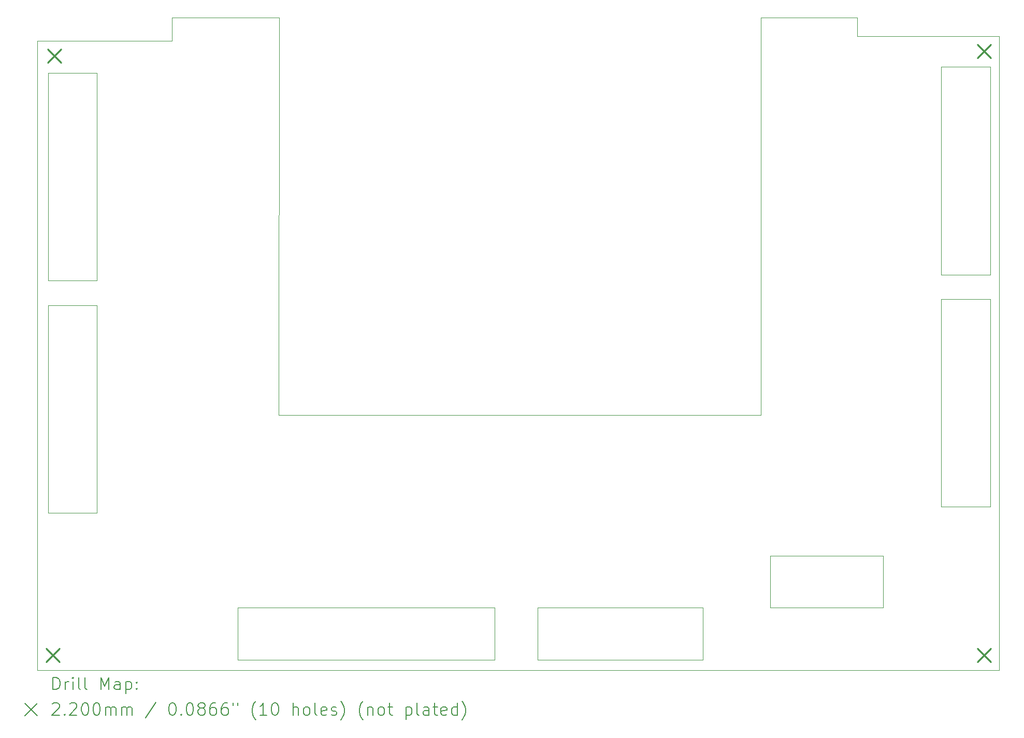
<source format=gbr>
%TF.GenerationSoftware,KiCad,Pcbnew,6.0.11-2627ca5db0~126~ubuntu22.04.1*%
%TF.CreationDate,2023-05-12T19:19:18-07:00*%
%TF.ProjectId,Roborio board,526f626f-7269-46f2-9062-6f6172642e6b,rev?*%
%TF.SameCoordinates,Original*%
%TF.FileFunction,Drillmap*%
%TF.FilePolarity,Positive*%
%FSLAX45Y45*%
G04 Gerber Fmt 4.5, Leading zero omitted, Abs format (unit mm)*
G04 Created by KiCad (PCBNEW 6.0.11-2627ca5db0~126~ubuntu22.04.1) date 2023-05-12 19:19:18*
%MOMM*%
%LPD*%
G01*
G04 APERTURE LIST*
%ADD10C,0.050000*%
%ADD11C,0.200000*%
%ADD12C,0.220000*%
G04 APERTURE END LIST*
D10*
X9500000Y-4075000D02*
X9497000Y-10575000D01*
X18950000Y-4075000D02*
X18950000Y-4375000D01*
X5725000Y-8775000D02*
X6525000Y-8775000D01*
X6525000Y-8775000D02*
X6525000Y-12175000D01*
X6525000Y-12175000D02*
X5725000Y-12175000D01*
X5725000Y-12175000D02*
X5725000Y-8775000D01*
X20325000Y-8675000D02*
X21125000Y-8675000D01*
X21125000Y-8675000D02*
X21125000Y-12075000D01*
X21125000Y-12075000D02*
X20325000Y-12075000D01*
X20325000Y-12075000D02*
X20325000Y-8675000D01*
X17525000Y-13725000D02*
X19375000Y-13725000D01*
X19375000Y-13725000D02*
X19375000Y-12875000D01*
X19375000Y-12875000D02*
X17525000Y-12875000D01*
X17525000Y-12875000D02*
X17525000Y-13725000D01*
X17375000Y-10575000D02*
X9497000Y-10575000D01*
X18950000Y-4075000D02*
X17375000Y-4075000D01*
X20325000Y-4875000D02*
X21125000Y-4875000D01*
X21125000Y-4875000D02*
X21125000Y-8275000D01*
X21125000Y-8275000D02*
X20325000Y-8275000D01*
X20325000Y-8275000D02*
X20325000Y-4875000D01*
X9500000Y-4075000D02*
X7750000Y-4075000D01*
X13725000Y-14575000D02*
X16425000Y-14575000D01*
X16425000Y-14575000D02*
X16425000Y-13725000D01*
X16425000Y-13725000D02*
X13725000Y-13725000D01*
X13725000Y-13725000D02*
X13725000Y-14575000D01*
X21275000Y-14750000D02*
X21275000Y-4375000D01*
X21275000Y-4375000D02*
X18950000Y-4375000D01*
X7750000Y-4450000D02*
X5550000Y-4450000D01*
X5550000Y-4450000D02*
X5550000Y-14750000D01*
X5550000Y-14750000D02*
X21275000Y-14750000D01*
X7750000Y-4450000D02*
X7750000Y-4075000D01*
X5725000Y-4975000D02*
X6525000Y-4975000D01*
X6525000Y-4975000D02*
X6525000Y-8375000D01*
X6525000Y-8375000D02*
X5725000Y-8375000D01*
X5725000Y-8375000D02*
X5725000Y-4975000D01*
X17375000Y-10575000D02*
X17375000Y-4075000D01*
X8825000Y-14575000D02*
X13025000Y-14575000D01*
X13025000Y-14575000D02*
X13025000Y-13725000D01*
X13025000Y-13725000D02*
X8825000Y-13725000D01*
X8825000Y-13725000D02*
X8825000Y-14575000D01*
D11*
D12*
X5690000Y-14390000D02*
X5910000Y-14610000D01*
X5910000Y-14390000D02*
X5690000Y-14610000D01*
X5690000Y-14390000D02*
X5910000Y-14610000D01*
X5910000Y-14390000D02*
X5690000Y-14610000D01*
X5690000Y-14390000D02*
X5910000Y-14610000D01*
X5910000Y-14390000D02*
X5690000Y-14610000D01*
X5690000Y-14390000D02*
X5910000Y-14610000D01*
X5910000Y-14390000D02*
X5690000Y-14610000D01*
X5715000Y-4590000D02*
X5935000Y-4810000D01*
X5935000Y-4590000D02*
X5715000Y-4810000D01*
X20915000Y-4515000D02*
X21135000Y-4735000D01*
X21135000Y-4515000D02*
X20915000Y-4735000D01*
X20915000Y-14390000D02*
X21135000Y-14610000D01*
X21135000Y-14390000D02*
X20915000Y-14610000D01*
X20915000Y-14390000D02*
X21135000Y-14610000D01*
X21135000Y-14390000D02*
X20915000Y-14610000D01*
X20915000Y-14390000D02*
X21135000Y-14610000D01*
X21135000Y-14390000D02*
X20915000Y-14610000D01*
X20915000Y-14390000D02*
X21135000Y-14610000D01*
X21135000Y-14390000D02*
X20915000Y-14610000D01*
D11*
X5805119Y-15062976D02*
X5805119Y-14862976D01*
X5852738Y-14862976D01*
X5881309Y-14872500D01*
X5900357Y-14891548D01*
X5909881Y-14910595D01*
X5919405Y-14948690D01*
X5919405Y-14977262D01*
X5909881Y-15015357D01*
X5900357Y-15034405D01*
X5881309Y-15053452D01*
X5852738Y-15062976D01*
X5805119Y-15062976D01*
X6005119Y-15062976D02*
X6005119Y-14929643D01*
X6005119Y-14967738D02*
X6014643Y-14948690D01*
X6024167Y-14939167D01*
X6043214Y-14929643D01*
X6062262Y-14929643D01*
X6128928Y-15062976D02*
X6128928Y-14929643D01*
X6128928Y-14862976D02*
X6119405Y-14872500D01*
X6128928Y-14882024D01*
X6138452Y-14872500D01*
X6128928Y-14862976D01*
X6128928Y-14882024D01*
X6252738Y-15062976D02*
X6233690Y-15053452D01*
X6224167Y-15034405D01*
X6224167Y-14862976D01*
X6357500Y-15062976D02*
X6338452Y-15053452D01*
X6328928Y-15034405D01*
X6328928Y-14862976D01*
X6586071Y-15062976D02*
X6586071Y-14862976D01*
X6652738Y-15005833D01*
X6719405Y-14862976D01*
X6719405Y-15062976D01*
X6900357Y-15062976D02*
X6900357Y-14958214D01*
X6890833Y-14939167D01*
X6871786Y-14929643D01*
X6833690Y-14929643D01*
X6814643Y-14939167D01*
X6900357Y-15053452D02*
X6881309Y-15062976D01*
X6833690Y-15062976D01*
X6814643Y-15053452D01*
X6805119Y-15034405D01*
X6805119Y-15015357D01*
X6814643Y-14996309D01*
X6833690Y-14986786D01*
X6881309Y-14986786D01*
X6900357Y-14977262D01*
X6995595Y-14929643D02*
X6995595Y-15129643D01*
X6995595Y-14939167D02*
X7014643Y-14929643D01*
X7052738Y-14929643D01*
X7071786Y-14939167D01*
X7081309Y-14948690D01*
X7090833Y-14967738D01*
X7090833Y-15024881D01*
X7081309Y-15043928D01*
X7071786Y-15053452D01*
X7052738Y-15062976D01*
X7014643Y-15062976D01*
X6995595Y-15053452D01*
X7176548Y-15043928D02*
X7186071Y-15053452D01*
X7176548Y-15062976D01*
X7167024Y-15053452D01*
X7176548Y-15043928D01*
X7176548Y-15062976D01*
X7176548Y-14939167D02*
X7186071Y-14948690D01*
X7176548Y-14958214D01*
X7167024Y-14948690D01*
X7176548Y-14939167D01*
X7176548Y-14958214D01*
X5347500Y-15292500D02*
X5547500Y-15492500D01*
X5547500Y-15292500D02*
X5347500Y-15492500D01*
X5795595Y-15302024D02*
X5805119Y-15292500D01*
X5824167Y-15282976D01*
X5871786Y-15282976D01*
X5890833Y-15292500D01*
X5900357Y-15302024D01*
X5909881Y-15321071D01*
X5909881Y-15340119D01*
X5900357Y-15368690D01*
X5786071Y-15482976D01*
X5909881Y-15482976D01*
X5995595Y-15463928D02*
X6005119Y-15473452D01*
X5995595Y-15482976D01*
X5986071Y-15473452D01*
X5995595Y-15463928D01*
X5995595Y-15482976D01*
X6081309Y-15302024D02*
X6090833Y-15292500D01*
X6109881Y-15282976D01*
X6157500Y-15282976D01*
X6176548Y-15292500D01*
X6186071Y-15302024D01*
X6195595Y-15321071D01*
X6195595Y-15340119D01*
X6186071Y-15368690D01*
X6071786Y-15482976D01*
X6195595Y-15482976D01*
X6319405Y-15282976D02*
X6338452Y-15282976D01*
X6357500Y-15292500D01*
X6367024Y-15302024D01*
X6376548Y-15321071D01*
X6386071Y-15359167D01*
X6386071Y-15406786D01*
X6376548Y-15444881D01*
X6367024Y-15463928D01*
X6357500Y-15473452D01*
X6338452Y-15482976D01*
X6319405Y-15482976D01*
X6300357Y-15473452D01*
X6290833Y-15463928D01*
X6281309Y-15444881D01*
X6271786Y-15406786D01*
X6271786Y-15359167D01*
X6281309Y-15321071D01*
X6290833Y-15302024D01*
X6300357Y-15292500D01*
X6319405Y-15282976D01*
X6509881Y-15282976D02*
X6528928Y-15282976D01*
X6547976Y-15292500D01*
X6557500Y-15302024D01*
X6567024Y-15321071D01*
X6576548Y-15359167D01*
X6576548Y-15406786D01*
X6567024Y-15444881D01*
X6557500Y-15463928D01*
X6547976Y-15473452D01*
X6528928Y-15482976D01*
X6509881Y-15482976D01*
X6490833Y-15473452D01*
X6481309Y-15463928D01*
X6471786Y-15444881D01*
X6462262Y-15406786D01*
X6462262Y-15359167D01*
X6471786Y-15321071D01*
X6481309Y-15302024D01*
X6490833Y-15292500D01*
X6509881Y-15282976D01*
X6662262Y-15482976D02*
X6662262Y-15349643D01*
X6662262Y-15368690D02*
X6671786Y-15359167D01*
X6690833Y-15349643D01*
X6719405Y-15349643D01*
X6738452Y-15359167D01*
X6747976Y-15378214D01*
X6747976Y-15482976D01*
X6747976Y-15378214D02*
X6757500Y-15359167D01*
X6776548Y-15349643D01*
X6805119Y-15349643D01*
X6824167Y-15359167D01*
X6833690Y-15378214D01*
X6833690Y-15482976D01*
X6928928Y-15482976D02*
X6928928Y-15349643D01*
X6928928Y-15368690D02*
X6938452Y-15359167D01*
X6957500Y-15349643D01*
X6986071Y-15349643D01*
X7005119Y-15359167D01*
X7014643Y-15378214D01*
X7014643Y-15482976D01*
X7014643Y-15378214D02*
X7024167Y-15359167D01*
X7043214Y-15349643D01*
X7071786Y-15349643D01*
X7090833Y-15359167D01*
X7100357Y-15378214D01*
X7100357Y-15482976D01*
X7490833Y-15273452D02*
X7319405Y-15530595D01*
X7747976Y-15282976D02*
X7767024Y-15282976D01*
X7786071Y-15292500D01*
X7795595Y-15302024D01*
X7805119Y-15321071D01*
X7814643Y-15359167D01*
X7814643Y-15406786D01*
X7805119Y-15444881D01*
X7795595Y-15463928D01*
X7786071Y-15473452D01*
X7767024Y-15482976D01*
X7747976Y-15482976D01*
X7728928Y-15473452D01*
X7719405Y-15463928D01*
X7709881Y-15444881D01*
X7700357Y-15406786D01*
X7700357Y-15359167D01*
X7709881Y-15321071D01*
X7719405Y-15302024D01*
X7728928Y-15292500D01*
X7747976Y-15282976D01*
X7900357Y-15463928D02*
X7909881Y-15473452D01*
X7900357Y-15482976D01*
X7890833Y-15473452D01*
X7900357Y-15463928D01*
X7900357Y-15482976D01*
X8033690Y-15282976D02*
X8052738Y-15282976D01*
X8071786Y-15292500D01*
X8081309Y-15302024D01*
X8090833Y-15321071D01*
X8100357Y-15359167D01*
X8100357Y-15406786D01*
X8090833Y-15444881D01*
X8081309Y-15463928D01*
X8071786Y-15473452D01*
X8052738Y-15482976D01*
X8033690Y-15482976D01*
X8014643Y-15473452D01*
X8005119Y-15463928D01*
X7995595Y-15444881D01*
X7986071Y-15406786D01*
X7986071Y-15359167D01*
X7995595Y-15321071D01*
X8005119Y-15302024D01*
X8014643Y-15292500D01*
X8033690Y-15282976D01*
X8214643Y-15368690D02*
X8195595Y-15359167D01*
X8186071Y-15349643D01*
X8176548Y-15330595D01*
X8176548Y-15321071D01*
X8186071Y-15302024D01*
X8195595Y-15292500D01*
X8214643Y-15282976D01*
X8252738Y-15282976D01*
X8271786Y-15292500D01*
X8281309Y-15302024D01*
X8290833Y-15321071D01*
X8290833Y-15330595D01*
X8281309Y-15349643D01*
X8271786Y-15359167D01*
X8252738Y-15368690D01*
X8214643Y-15368690D01*
X8195595Y-15378214D01*
X8186071Y-15387738D01*
X8176548Y-15406786D01*
X8176548Y-15444881D01*
X8186071Y-15463928D01*
X8195595Y-15473452D01*
X8214643Y-15482976D01*
X8252738Y-15482976D01*
X8271786Y-15473452D01*
X8281309Y-15463928D01*
X8290833Y-15444881D01*
X8290833Y-15406786D01*
X8281309Y-15387738D01*
X8271786Y-15378214D01*
X8252738Y-15368690D01*
X8462262Y-15282976D02*
X8424167Y-15282976D01*
X8405119Y-15292500D01*
X8395595Y-15302024D01*
X8376548Y-15330595D01*
X8367024Y-15368690D01*
X8367024Y-15444881D01*
X8376548Y-15463928D01*
X8386071Y-15473452D01*
X8405119Y-15482976D01*
X8443214Y-15482976D01*
X8462262Y-15473452D01*
X8471786Y-15463928D01*
X8481310Y-15444881D01*
X8481310Y-15397262D01*
X8471786Y-15378214D01*
X8462262Y-15368690D01*
X8443214Y-15359167D01*
X8405119Y-15359167D01*
X8386071Y-15368690D01*
X8376548Y-15378214D01*
X8367024Y-15397262D01*
X8652738Y-15282976D02*
X8614643Y-15282976D01*
X8595595Y-15292500D01*
X8586071Y-15302024D01*
X8567024Y-15330595D01*
X8557500Y-15368690D01*
X8557500Y-15444881D01*
X8567024Y-15463928D01*
X8576548Y-15473452D01*
X8595595Y-15482976D01*
X8633690Y-15482976D01*
X8652738Y-15473452D01*
X8662262Y-15463928D01*
X8671786Y-15444881D01*
X8671786Y-15397262D01*
X8662262Y-15378214D01*
X8652738Y-15368690D01*
X8633690Y-15359167D01*
X8595595Y-15359167D01*
X8576548Y-15368690D01*
X8567024Y-15378214D01*
X8557500Y-15397262D01*
X8747976Y-15282976D02*
X8747976Y-15321071D01*
X8824167Y-15282976D02*
X8824167Y-15321071D01*
X9119405Y-15559167D02*
X9109881Y-15549643D01*
X9090833Y-15521071D01*
X9081310Y-15502024D01*
X9071786Y-15473452D01*
X9062262Y-15425833D01*
X9062262Y-15387738D01*
X9071786Y-15340119D01*
X9081310Y-15311548D01*
X9090833Y-15292500D01*
X9109881Y-15263928D01*
X9119405Y-15254405D01*
X9300357Y-15482976D02*
X9186071Y-15482976D01*
X9243214Y-15482976D02*
X9243214Y-15282976D01*
X9224167Y-15311548D01*
X9205119Y-15330595D01*
X9186071Y-15340119D01*
X9424167Y-15282976D02*
X9443214Y-15282976D01*
X9462262Y-15292500D01*
X9471786Y-15302024D01*
X9481310Y-15321071D01*
X9490833Y-15359167D01*
X9490833Y-15406786D01*
X9481310Y-15444881D01*
X9471786Y-15463928D01*
X9462262Y-15473452D01*
X9443214Y-15482976D01*
X9424167Y-15482976D01*
X9405119Y-15473452D01*
X9395595Y-15463928D01*
X9386071Y-15444881D01*
X9376548Y-15406786D01*
X9376548Y-15359167D01*
X9386071Y-15321071D01*
X9395595Y-15302024D01*
X9405119Y-15292500D01*
X9424167Y-15282976D01*
X9728929Y-15482976D02*
X9728929Y-15282976D01*
X9814643Y-15482976D02*
X9814643Y-15378214D01*
X9805119Y-15359167D01*
X9786071Y-15349643D01*
X9757500Y-15349643D01*
X9738452Y-15359167D01*
X9728929Y-15368690D01*
X9938452Y-15482976D02*
X9919405Y-15473452D01*
X9909881Y-15463928D01*
X9900357Y-15444881D01*
X9900357Y-15387738D01*
X9909881Y-15368690D01*
X9919405Y-15359167D01*
X9938452Y-15349643D01*
X9967024Y-15349643D01*
X9986071Y-15359167D01*
X9995595Y-15368690D01*
X10005119Y-15387738D01*
X10005119Y-15444881D01*
X9995595Y-15463928D01*
X9986071Y-15473452D01*
X9967024Y-15482976D01*
X9938452Y-15482976D01*
X10119405Y-15482976D02*
X10100357Y-15473452D01*
X10090833Y-15454405D01*
X10090833Y-15282976D01*
X10271786Y-15473452D02*
X10252738Y-15482976D01*
X10214643Y-15482976D01*
X10195595Y-15473452D01*
X10186071Y-15454405D01*
X10186071Y-15378214D01*
X10195595Y-15359167D01*
X10214643Y-15349643D01*
X10252738Y-15349643D01*
X10271786Y-15359167D01*
X10281310Y-15378214D01*
X10281310Y-15397262D01*
X10186071Y-15416309D01*
X10357500Y-15473452D02*
X10376548Y-15482976D01*
X10414643Y-15482976D01*
X10433690Y-15473452D01*
X10443214Y-15454405D01*
X10443214Y-15444881D01*
X10433690Y-15425833D01*
X10414643Y-15416309D01*
X10386071Y-15416309D01*
X10367024Y-15406786D01*
X10357500Y-15387738D01*
X10357500Y-15378214D01*
X10367024Y-15359167D01*
X10386071Y-15349643D01*
X10414643Y-15349643D01*
X10433690Y-15359167D01*
X10509881Y-15559167D02*
X10519405Y-15549643D01*
X10538452Y-15521071D01*
X10547976Y-15502024D01*
X10557500Y-15473452D01*
X10567024Y-15425833D01*
X10567024Y-15387738D01*
X10557500Y-15340119D01*
X10547976Y-15311548D01*
X10538452Y-15292500D01*
X10519405Y-15263928D01*
X10509881Y-15254405D01*
X10871786Y-15559167D02*
X10862262Y-15549643D01*
X10843214Y-15521071D01*
X10833690Y-15502024D01*
X10824167Y-15473452D01*
X10814643Y-15425833D01*
X10814643Y-15387738D01*
X10824167Y-15340119D01*
X10833690Y-15311548D01*
X10843214Y-15292500D01*
X10862262Y-15263928D01*
X10871786Y-15254405D01*
X10947976Y-15349643D02*
X10947976Y-15482976D01*
X10947976Y-15368690D02*
X10957500Y-15359167D01*
X10976548Y-15349643D01*
X11005119Y-15349643D01*
X11024167Y-15359167D01*
X11033690Y-15378214D01*
X11033690Y-15482976D01*
X11157500Y-15482976D02*
X11138452Y-15473452D01*
X11128929Y-15463928D01*
X11119405Y-15444881D01*
X11119405Y-15387738D01*
X11128929Y-15368690D01*
X11138452Y-15359167D01*
X11157500Y-15349643D01*
X11186071Y-15349643D01*
X11205119Y-15359167D01*
X11214643Y-15368690D01*
X11224167Y-15387738D01*
X11224167Y-15444881D01*
X11214643Y-15463928D01*
X11205119Y-15473452D01*
X11186071Y-15482976D01*
X11157500Y-15482976D01*
X11281309Y-15349643D02*
X11357500Y-15349643D01*
X11309881Y-15282976D02*
X11309881Y-15454405D01*
X11319405Y-15473452D01*
X11338452Y-15482976D01*
X11357500Y-15482976D01*
X11576548Y-15349643D02*
X11576548Y-15549643D01*
X11576548Y-15359167D02*
X11595595Y-15349643D01*
X11633690Y-15349643D01*
X11652738Y-15359167D01*
X11662262Y-15368690D01*
X11671786Y-15387738D01*
X11671786Y-15444881D01*
X11662262Y-15463928D01*
X11652738Y-15473452D01*
X11633690Y-15482976D01*
X11595595Y-15482976D01*
X11576548Y-15473452D01*
X11786071Y-15482976D02*
X11767024Y-15473452D01*
X11757500Y-15454405D01*
X11757500Y-15282976D01*
X11947976Y-15482976D02*
X11947976Y-15378214D01*
X11938452Y-15359167D01*
X11919405Y-15349643D01*
X11881309Y-15349643D01*
X11862262Y-15359167D01*
X11947976Y-15473452D02*
X11928928Y-15482976D01*
X11881309Y-15482976D01*
X11862262Y-15473452D01*
X11852738Y-15454405D01*
X11852738Y-15435357D01*
X11862262Y-15416309D01*
X11881309Y-15406786D01*
X11928928Y-15406786D01*
X11947976Y-15397262D01*
X12014643Y-15349643D02*
X12090833Y-15349643D01*
X12043214Y-15282976D02*
X12043214Y-15454405D01*
X12052738Y-15473452D01*
X12071786Y-15482976D01*
X12090833Y-15482976D01*
X12233690Y-15473452D02*
X12214643Y-15482976D01*
X12176548Y-15482976D01*
X12157500Y-15473452D01*
X12147976Y-15454405D01*
X12147976Y-15378214D01*
X12157500Y-15359167D01*
X12176548Y-15349643D01*
X12214643Y-15349643D01*
X12233690Y-15359167D01*
X12243214Y-15378214D01*
X12243214Y-15397262D01*
X12147976Y-15416309D01*
X12414643Y-15482976D02*
X12414643Y-15282976D01*
X12414643Y-15473452D02*
X12395595Y-15482976D01*
X12357500Y-15482976D01*
X12338452Y-15473452D01*
X12328928Y-15463928D01*
X12319405Y-15444881D01*
X12319405Y-15387738D01*
X12328928Y-15368690D01*
X12338452Y-15359167D01*
X12357500Y-15349643D01*
X12395595Y-15349643D01*
X12414643Y-15359167D01*
X12490833Y-15559167D02*
X12500357Y-15549643D01*
X12519405Y-15521071D01*
X12528928Y-15502024D01*
X12538452Y-15473452D01*
X12547976Y-15425833D01*
X12547976Y-15387738D01*
X12538452Y-15340119D01*
X12528928Y-15311548D01*
X12519405Y-15292500D01*
X12500357Y-15263928D01*
X12490833Y-15254405D01*
M02*

</source>
